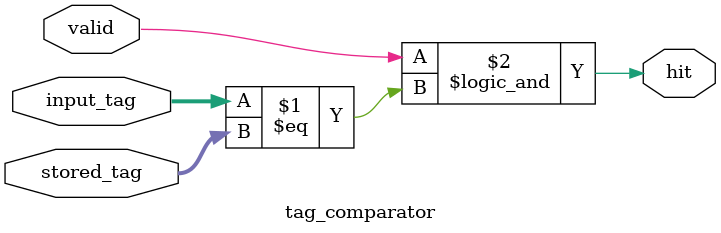
<source format=v>

module tag_comparator(
    input wire [TAG_WIDTH-1:0] input_tag,
    input wire [TAG_WIDTH-1:0] stored_tag,
    input wire valid,
    output wire hit
);
    parameter TAG_WIDTH = 32; // Default value, can be overridden
    assign hit = valid && (input_tag == stored_tag);
endmodule

</source>
